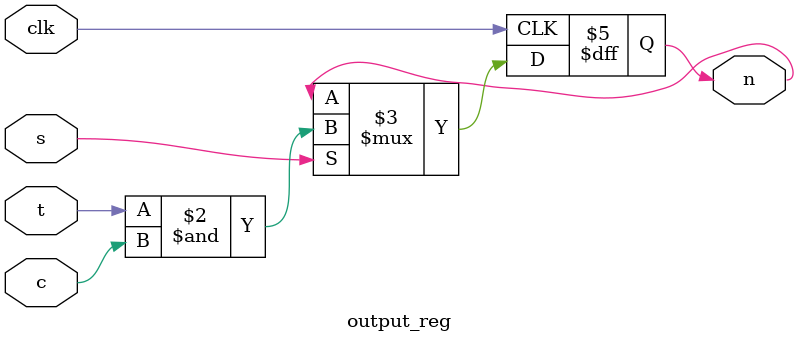
<source format=sv>

module output_reg (output logic n, input logic clk, s, t, c);

always_ff @(posedge clk)
  if (s)
    n <= t & c;
    
endmodule
</source>
